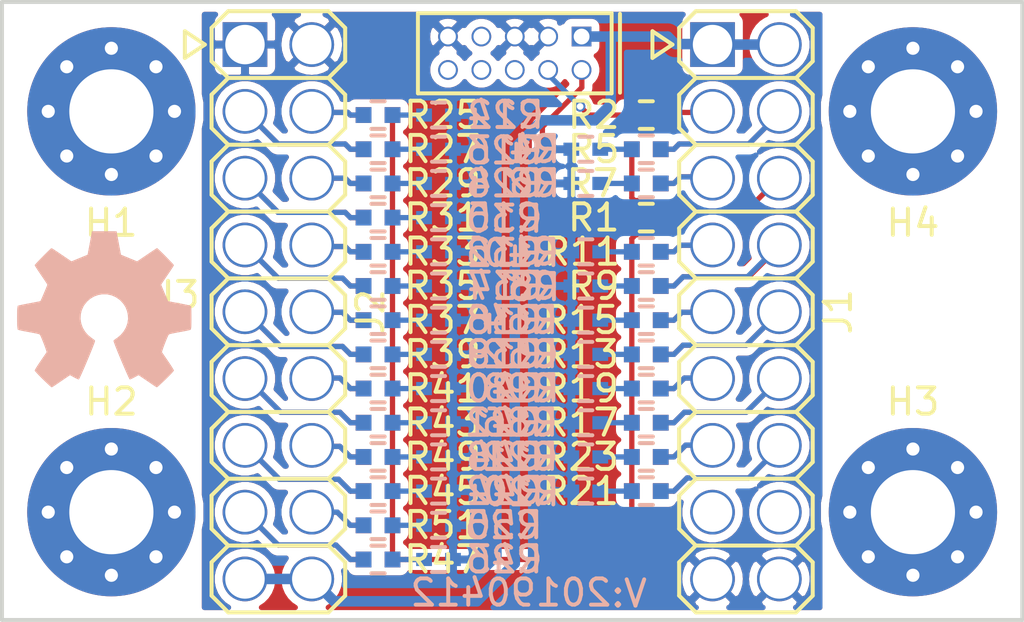
<source format=kicad_pcb>
(kicad_pcb (version 20171130) (host pcbnew 5.1.2-f72e74a~84~ubuntu18.04.1)
  (layers (0 F.Cu signal) (31 B.Cu signal) (34 B.Paste user) (35 F.Paste user) (36 B.SilkS user) (37 F.SilkS user) (38 B.Mask user) (39 F.Mask user) (44 Edge.Cuts user))
  (net 0 "")
  (net 1 "Net-(C2-Pad1)")
  (net 2 "Net-(C3-Pad1)")
  (net 3 /PIO0_28)
  (net 4 /PIO0_3)
  (net 5 /PIO0_2)
  (net 6 /PIO0_11)
  (net 7 /PIO0_10)
  (net 8 /PIO0_16)
  (net 9 /PIO0_27)
  (net 10 /PIO0_26)
  (net 11 /PIO0_25)
  (net 12 /PIO0_24)
  (net 13 /PIO0_15)
  (net 14 /PIO0_1)
  (net 15 /PIO0_7)
  (net 16 /PIO0_6)
  (net 17 /PIO0_0)
  (net 18 /PIO0_14)
  (net 19 /PIO0_23)
  (net 20 /PIO0_22)
  (net 21 /PIO0_21)
  (net 22 /PIO0_20)
  (net 23 /PIO0_19)
  (net 24 /PIO0_18)
  (net 25 /PIO0_17)
  (net 26 /PIO0_13)
  (net 27 /PIO0_12)
  (net 28 /PIO0_4)
  (net 29 "Net-(J3-Pad2)")
  (net 30 "Net-(J3-Pad4)")
  (net 31 /VSS)
  (net 32 /VDD)
  (net 33 "Net-(C1-Pad1)")
  (net 34 "Net-(C4-Pad1)")
  (net 35 "Net-(C5-Pad1)")
  (net 36 "Net-(C6-Pad1)")
  (net 37 "Net-(C8-Pad1)")
  (net 38 "Net-(C9-Pad1)")
  (net 39 "Net-(C10-Pad1)")
  (net 40 "Net-(C11-Pad1)")
  (net 41 "Net-(C12-Pad1)")
  (net 42 "Net-(C13-Pad1)")
  (net 43 "Net-(C14-Pad1)")
  (net 44 "Net-(C15-Pad1)")
  (net 45 "Net-(C16-Pad1)")
  (net 46 "Net-(C17-Pad1)")
  (net 47 "Net-(C18-Pad1)")
  (net 48 "Net-(C19-Pad1)")
  (net 49 "Net-(C20-Pad1)")
  (net 50 "Net-(C21-Pad1)")
  (net 51 "Net-(C22-Pad1)")
  (net 52 "Net-(C23-Pad1)")
  (net 53 "Net-(C24-Pad1)")
  (net 54 "Net-(C25-Pad1)")
  (net 55 /Digital_stimulus)
  (module MountingHole:MountingHole_3.2mm_M3_Pad_Via (layer F.Cu) (at 104.14 99.06)
    (fp_text reference H4 (at 0 4.24) (layer F.SilkS))
    (fp_text value MountingHole hide)
    (pad 1 thru_hole circle (at 1.697056 -1.697056) (size 0.8 0.8) (drill 0.5) (layers *.Cu *.Mask))
    (pad 1 thru_hole circle (at 0 -2.4) (size 0.8 0.8) (drill 0.5) (layers *.Cu *.Mask))
    (pad 1 thru_hole circle (at -1.697056 -1.697056) (size 0.8 0.8) (drill 0.5) (layers *.Cu *.Mask))
    (pad 1 thru_hole circle (at -2.4 0) (size 0.8 0.8) (drill 0.5) (layers *.Cu *.Mask))
    (pad 1 thru_hole circle (at -1.697056 1.697056) (size 0.8 0.8) (drill 0.5) (layers *.Cu *.Mask))
    (pad 1 thru_hole circle (at 0 2.4) (size 0.8 0.8) (drill 0.5) (layers *.Cu *.Mask))
    (pad 1 thru_hole circle (at 1.697056 1.697056) (size 0.8 0.8) (drill 0.5) (layers *.Cu *.Mask))
    (pad 1 thru_hole circle (at 2.4 0) (size 0.8 0.8) (drill 0.5) (layers *.Cu *.Mask))
    (pad 1 thru_hole circle (at 0 0) (size 6.4 6.4) (drill 3.2) (layers *.Cu *.Mask))
  )
  (module MountingHole:MountingHole_3.2mm_M3_Pad_Via (layer F.Cu) (at 104.14 114.3)
    (fp_text reference H3 (at 0 -4.2) (layer F.SilkS))
    (fp_text value MountingHole hide)
    (pad 1 thru_hole circle (at 1.697056 -1.697056) (size 0.8 0.8) (drill 0.5) (layers *.Cu *.Mask))
    (pad 1 thru_hole circle (at 0 -2.4) (size 0.8 0.8) (drill 0.5) (layers *.Cu *.Mask))
    (pad 1 thru_hole circle (at -1.697056 -1.697056) (size 0.8 0.8) (drill 0.5) (layers *.Cu *.Mask))
    (pad 1 thru_hole circle (at -2.4 0) (size 0.8 0.8) (drill 0.5) (layers *.Cu *.Mask))
    (pad 1 thru_hole circle (at -1.697056 1.697056) (size 0.8 0.8) (drill 0.5) (layers *.Cu *.Mask))
    (pad 1 thru_hole circle (at 0 2.4) (size 0.8 0.8) (drill 0.5) (layers *.Cu *.Mask))
    (pad 1 thru_hole circle (at 1.697056 1.697056) (size 0.8 0.8) (drill 0.5) (layers *.Cu *.Mask))
    (pad 1 thru_hole circle (at 2.4 0) (size 0.8 0.8) (drill 0.5) (layers *.Cu *.Mask))
    (pad 1 thru_hole circle (at 0 0) (size 6.4 6.4) (drill 3.2) (layers *.Cu *.Mask))
  )
  (module MountingHole:MountingHole_3.2mm_M3_Pad_Via (layer F.Cu) (at 73.66 114.3)
    (fp_text reference H2 (at 0 -4.2) (layer F.SilkS))
    (fp_text value MountingHole hide)
    (pad 1 thru_hole circle (at 1.697056 -1.697056) (size 0.8 0.8) (drill 0.5) (layers *.Cu *.Mask))
    (pad 1 thru_hole circle (at 0 -2.4) (size 0.8 0.8) (drill 0.5) (layers *.Cu *.Mask))
    (pad 1 thru_hole circle (at -1.697056 -1.697056) (size 0.8 0.8) (drill 0.5) (layers *.Cu *.Mask))
    (pad 1 thru_hole circle (at -2.4 0) (size 0.8 0.8) (drill 0.5) (layers *.Cu *.Mask))
    (pad 1 thru_hole circle (at -1.697056 1.697056) (size 0.8 0.8) (drill 0.5) (layers *.Cu *.Mask))
    (pad 1 thru_hole circle (at 0 2.4) (size 0.8 0.8) (drill 0.5) (layers *.Cu *.Mask))
    (pad 1 thru_hole circle (at 1.697056 1.697056) (size 0.8 0.8) (drill 0.5) (layers *.Cu *.Mask))
    (pad 1 thru_hole circle (at 2.4 0) (size 0.8 0.8) (drill 0.5) (layers *.Cu *.Mask))
    (pad 1 thru_hole circle (at 0 0) (size 6.4 6.4) (drill 3.2) (layers *.Cu *.Mask))
  )
  (module MountingHole:MountingHole_3.2mm_M3_Pad_Via (layer F.Cu) (at 73.66 99.06)
    (fp_text reference H1 (at -0.01 4.24) (layer F.SilkS))
    (fp_text value MountingHole hide)
    (pad 1 thru_hole circle (at 1.697056 -1.697056) (size 0.8 0.8) (drill 0.5) (layers *.Cu *.Mask))
    (pad 1 thru_hole circle (at 0 -2.4) (size 0.8 0.8) (drill 0.5) (layers *.Cu *.Mask))
    (pad 1 thru_hole circle (at -1.697056 -1.697056) (size 0.8 0.8) (drill 0.5) (layers *.Cu *.Mask))
    (pad 1 thru_hole circle (at -2.4 0) (size 0.8 0.8) (drill 0.5) (layers *.Cu *.Mask))
    (pad 1 thru_hole circle (at -1.697056 1.697056) (size 0.8 0.8) (drill 0.5) (layers *.Cu *.Mask))
    (pad 1 thru_hole circle (at 0 2.4) (size 0.8 0.8) (drill 0.5) (layers *.Cu *.Mask))
    (pad 1 thru_hole circle (at 1.697056 1.697056) (size 0.8 0.8) (drill 0.5) (layers *.Cu *.Mask))
    (pad 1 thru_hole circle (at 2.4 0) (size 0.8 0.8) (drill 0.5) (layers *.Cu *.Mask))
    (pad 1 thru_hole circle (at 0 0) (size 6.4 6.4) (drill 3.2) (layers *.Cu *.Mask))
  )
  (module SquantorRcl:C_0402 (layer B.Cu) (at 86.1 114.8)
    (fp_text reference C25 (at 2.45 0) (layer B.SilkS) (effects (justify mirror)))
    (fp_text value 1u)
    (pad 2 smd rect (at 0.55 0) (size 0.6 0.5) (layers B.Cu B.Paste B.Mask) (net 31 /VSS))
    (pad 1 smd rect (at -0.55 0) (size 0.6 0.5) (layers B.Cu B.Paste B.Mask) (net 54 "Net-(C25-Pad1)"))
  )
  (module SquantorRcl:C_0402 (layer B.Cu) (at 86.1 112.2)
    (fp_text reference C24 (at 2.55 0) (layer B.SilkS) (effects (justify mirror)))
    (fp_text value 1u)
    (pad 2 smd rect (at 0.55 0) (size 0.6 0.5) (layers B.Cu B.Paste B.Mask) (net 31 /VSS))
    (pad 1 smd rect (at -0.55 0) (size 0.6 0.5) (layers B.Cu B.Paste B.Mask) (net 53 "Net-(C24-Pad1)"))
  )
  (module SquantorRcl:C_0402 (layer B.Cu) (at 86.1 116.1)
    (fp_text reference C23 (at 2.5 0) (layer B.SilkS) (effects (justify mirror)))
    (fp_text value 1u)
    (pad 2 smd rect (at 0.55 0) (size 0.6 0.5) (layers B.Cu B.Paste B.Mask) (net 31 /VSS))
    (pad 1 smd rect (at -0.55 0) (size 0.6 0.5) (layers B.Cu B.Paste B.Mask) (net 52 "Net-(C23-Pad1)"))
  )
  (module SquantorRcl:C_0402 (layer B.Cu) (at 86.1 113.5)
    (fp_text reference C22 (at 2.5 0) (layer B.SilkS) (effects (justify mirror)))
    (fp_text value 1u)
    (pad 2 smd rect (at 0.55 0) (size 0.6 0.5) (layers B.Cu B.Paste B.Mask) (net 31 /VSS))
    (pad 1 smd rect (at -0.55 0) (size 0.6 0.5) (layers B.Cu B.Paste B.Mask) (net 51 "Net-(C22-Pad1)"))
  )
  (module SquantorRcl:C_0402 (layer B.Cu) (at 86.1 110.9)
    (fp_text reference C21 (at 2.45 0) (layer B.SilkS) (effects (justify mirror)))
    (fp_text value 1u)
    (pad 2 smd rect (at 0.55 0) (size 0.6 0.5) (layers B.Cu B.Paste B.Mask) (net 31 /VSS))
    (pad 1 smd rect (at -0.55 0) (size 0.6 0.5) (layers B.Cu B.Paste B.Mask) (net 50 "Net-(C21-Pad1)"))
  )
  (module SquantorRcl:C_0402 (layer B.Cu) (at 86.1 109.6)
    (fp_text reference C20 (at 2.5 0) (layer B.SilkS) (effects (justify mirror)))
    (fp_text value 1u)
    (pad 2 smd rect (at 0.55 0) (size 0.6 0.5) (layers B.Cu B.Paste B.Mask) (net 31 /VSS))
    (pad 1 smd rect (at -0.55 0) (size 0.6 0.5) (layers B.Cu B.Paste B.Mask) (net 49 "Net-(C20-Pad1)"))
  )
  (module SquantorRcl:C_0402 (layer B.Cu) (at 86.1 108.3)
    (fp_text reference C19 (at 2.5 0) (layer B.SilkS) (effects (justify mirror)))
    (fp_text value 1u)
    (pad 2 smd rect (at 0.55 0) (size 0.6 0.5) (layers B.Cu B.Paste B.Mask) (net 31 /VSS))
    (pad 1 smd rect (at -0.55 0) (size 0.6 0.5) (layers B.Cu B.Paste B.Mask) (net 48 "Net-(C19-Pad1)"))
  )
  (module SquantorRcl:C_0402 (layer B.Cu) (at 86.1 107)
    (fp_text reference C18 (at 2.5 0) (layer B.SilkS) (effects (justify mirror)))
    (fp_text value 1u)
    (pad 2 smd rect (at 0.55 0) (size 0.6 0.5) (layers B.Cu B.Paste B.Mask) (net 31 /VSS))
    (pad 1 smd rect (at -0.55 0) (size 0.6 0.5) (layers B.Cu B.Paste B.Mask) (net 47 "Net-(C18-Pad1)"))
  )
  (module SquantorRcl:C_0402 (layer B.Cu) (at 86.1 105.7)
    (fp_text reference C17 (at 2.55 0) (layer B.SilkS) (effects (justify mirror)))
    (fp_text value 1u)
    (pad 2 smd rect (at 0.55 0) (size 0.6 0.5) (layers B.Cu B.Paste B.Mask) (net 31 /VSS))
    (pad 1 smd rect (at -0.55 0) (size 0.6 0.5) (layers B.Cu B.Paste B.Mask) (net 46 "Net-(C17-Pad1)"))
  )
  (module SquantorRcl:C_0402 (layer B.Cu) (at 86.1 104.4)
    (fp_text reference C16 (at 2.5 0) (layer B.SilkS) (effects (justify mirror)))
    (fp_text value 1u)
    (pad 2 smd rect (at 0.55 0) (size 0.6 0.5) (layers B.Cu B.Paste B.Mask) (net 31 /VSS))
    (pad 1 smd rect (at -0.55 0) (size 0.6 0.5) (layers B.Cu B.Paste B.Mask) (net 45 "Net-(C16-Pad1)"))
  )
  (module SquantorRcl:C_0402 (layer B.Cu) (at 86.1 103.1)
    (fp_text reference C15 (at 2.5 0) (layer B.SilkS) (effects (justify mirror)))
    (fp_text value 1u)
    (pad 2 smd rect (at 0.55 0) (size 0.6 0.5) (layers B.Cu B.Paste B.Mask) (net 31 /VSS))
    (pad 1 smd rect (at -0.55 0) (size 0.6 0.5) (layers B.Cu B.Paste B.Mask) (net 44 "Net-(C15-Pad1)"))
  )
  (module SquantorRcl:C_0402 (layer B.Cu) (at 86.1 101.8)
    (fp_text reference C14 (at 2.55 0) (layer B.SilkS) (effects (justify mirror)))
    (fp_text value 1u)
    (pad 2 smd rect (at 0.55 0) (size 0.6 0.5) (layers B.Cu B.Paste B.Mask) (net 31 /VSS))
    (pad 1 smd rect (at -0.55 0) (size 0.6 0.5) (layers B.Cu B.Paste B.Mask) (net 43 "Net-(C14-Pad1)"))
  )
  (module SquantorRcl:C_0402 (layer B.Cu) (at 86.1 100.5)
    (fp_text reference C13 (at 2.5 0.05) (layer B.SilkS) (effects (justify mirror)))
    (fp_text value 1u)
    (pad 2 smd rect (at 0.55 0) (size 0.6 0.5) (layers B.Cu B.Paste B.Mask) (net 31 /VSS))
    (pad 1 smd rect (at -0.55 0) (size 0.6 0.5) (layers B.Cu B.Paste B.Mask) (net 42 "Net-(C13-Pad1)"))
  )
  (module SquantorRcl:C_0402 (layer B.Cu) (at 86.1 99.2)
    (fp_text reference C12 (at 2.55 0) (layer B.SilkS) (effects (justify mirror)))
    (fp_text value 1u)
    (pad 2 smd rect (at 0.55 0) (size 0.6 0.5) (layers B.Cu B.Paste B.Mask) (net 31 /VSS))
    (pad 1 smd rect (at -0.55 0) (size 0.6 0.5) (layers B.Cu B.Paste B.Mask) (net 41 "Net-(C12-Pad1)"))
  )
  (module SquantorRcl:C_0402 (layer B.Cu) (at 91.7 112.2 180)
    (fp_text reference C11 (at 2.5 0) (layer B.SilkS) (effects (justify mirror)))
    (fp_text value 1u)
    (pad 2 smd rect (at 0.55 0 180) (size 0.6 0.5) (layers B.Cu B.Paste B.Mask) (net 31 /VSS))
    (pad 1 smd rect (at -0.55 0 180) (size 0.6 0.5) (layers B.Cu B.Paste B.Mask) (net 40 "Net-(C11-Pad1)"))
  )
  (module SquantorRcl:C_0402 (layer B.Cu) (at 91.7 113.5 180)
    (fp_text reference C10 (at 2.5 0) (layer B.SilkS) (effects (justify mirror)))
    (fp_text value 1u)
    (pad 2 smd rect (at 0.55 0 180) (size 0.6 0.5) (layers B.Cu B.Paste B.Mask) (net 31 /VSS))
    (pad 1 smd rect (at -0.55 0 180) (size 0.6 0.5) (layers B.Cu B.Paste B.Mask) (net 39 "Net-(C10-Pad1)"))
  )
  (module SquantorRcl:C_0402 (layer B.Cu) (at 91.7 109.6 180)
    (fp_text reference C9 (at 2.05 0) (layer B.SilkS) (effects (justify mirror)))
    (fp_text value 1u)
    (pad 2 smd rect (at 0.55 0 180) (size 0.6 0.5) (layers B.Cu B.Paste B.Mask) (net 31 /VSS))
    (pad 1 smd rect (at -0.55 0 180) (size 0.6 0.5) (layers B.Cu B.Paste B.Mask) (net 38 "Net-(C9-Pad1)"))
  )
  (module SquantorRcl:C_0402 (layer B.Cu) (at 91.7 110.9 180)
    (fp_text reference C8 (at 2.05 0) (layer B.SilkS) (effects (justify mirror)))
    (fp_text value 1u)
    (pad 2 smd rect (at 0.55 0 180) (size 0.6 0.5) (layers B.Cu B.Paste B.Mask) (net 31 /VSS))
    (pad 1 smd rect (at -0.55 0 180) (size 0.6 0.5) (layers B.Cu B.Paste B.Mask) (net 37 "Net-(C8-Pad1)"))
  )
  (module SquantorRcl:C_0402 (layer B.Cu) (at 91.7 107 180)
    (fp_text reference C6 (at 2.05 0) (layer B.SilkS) (effects (justify mirror)))
    (fp_text value 1u)
    (pad 2 smd rect (at 0.55 0 180) (size 0.6 0.5) (layers B.Cu B.Paste B.Mask) (net 31 /VSS))
    (pad 1 smd rect (at -0.55 0 180) (size 0.6 0.5) (layers B.Cu B.Paste B.Mask) (net 36 "Net-(C6-Pad1)"))
  )
  (module SquantorRcl:C_0402 (layer B.Cu) (at 91.7 108.3 180)
    (fp_text reference C5 (at 2 0) (layer B.SilkS) (effects (justify mirror)))
    (fp_text value 1u)
    (pad 2 smd rect (at 0.55 0 180) (size 0.6 0.5) (layers B.Cu B.Paste B.Mask) (net 31 /VSS))
    (pad 1 smd rect (at -0.55 0 180) (size 0.6 0.5) (layers B.Cu B.Paste B.Mask) (net 35 "Net-(C5-Pad1)"))
  )
  (module SquantorRcl:C_0402 (layer B.Cu) (at 91.7 104.4 180)
    (fp_text reference C4 (at 2 0) (layer B.SilkS) (effects (justify mirror)))
    (fp_text value 1u)
    (pad 2 smd rect (at 0.55 0 180) (size 0.6 0.5) (layers B.Cu B.Paste B.Mask) (net 31 /VSS))
    (pad 1 smd rect (at -0.55 0 180) (size 0.6 0.5) (layers B.Cu B.Paste B.Mask) (net 34 "Net-(C4-Pad1)"))
  )
  (module SquantorRcl:C_0402 (layer B.Cu) (at 91.7 105.7 180)
    (fp_text reference C3 (at 2 0) (layer B.SilkS) (effects (justify mirror)))
    (fp_text value 1u)
    (pad 2 smd rect (at 0.55 0 180) (size 0.6 0.5) (layers B.Cu B.Paste B.Mask) (net 31 /VSS))
    (pad 1 smd rect (at -0.55 0 180) (size 0.6 0.5) (layers B.Cu B.Paste B.Mask) (net 2 "Net-(C3-Pad1)"))
  )
  (module SquantorRcl:C_0402 (layer B.Cu) (at 91.7 101.8 180)
    (fp_text reference C2 (at 2 0) (layer B.SilkS) (effects (justify mirror)))
    (fp_text value 1u)
    (pad 2 smd rect (at 0.55 0 180) (size 0.6 0.5) (layers B.Cu B.Paste B.Mask) (net 31 /VSS))
    (pad 1 smd rect (at -0.55 0 180) (size 0.6 0.5) (layers B.Cu B.Paste B.Mask) (net 1 "Net-(C2-Pad1)"))
  )
  (module SquantorRcl:C_0402 (layer B.Cu) (at 91.7 100.5 180)
    (fp_text reference C1 (at 2 0) (layer B.SilkS) (effects (justify mirror)))
    (fp_text value 1u)
    (pad 2 smd rect (at 0.55 0 180) (size 0.6 0.5) (layers B.Cu B.Paste B.Mask) (net 31 /VSS))
    (pad 1 smd rect (at -0.55 0 180) (size 0.6 0.5) (layers B.Cu B.Paste B.Mask) (net 33 "Net-(C1-Pad1)"))
  )
  (module SquantorRcl:R_0402_hand (layer F.Cu) (at 94 99.2)
    (fp_text reference R2 (at -2 0) (layer F.SilkS))
    (fp_text value 100)
    (pad 2 smd rect (at 0.55 0) (size 0.6 0.6) (layers F.Cu F.Paste F.Mask) (net 4 /PIO0_3))
    (pad 1 smd rect (at -0.55 0) (size 0.6 0.6) (layers F.Cu F.Paste F.Mask) (net 30 "Net-(J3-Pad4)"))
  )
  (module SquantorRcl:R_0402_hand (layer F.Cu) (at 94 103.1)
    (fp_text reference R1 (at -2 0) (layer F.SilkS))
    (fp_text value 100)
    (pad 2 smd rect (at 0.55 0) (size 0.6 0.6) (layers F.Cu F.Paste F.Mask) (net 5 /PIO0_2))
    (pad 1 smd rect (at -0.55 0) (size 0.6 0.6) (layers F.Cu F.Paste F.Mask) (net 29 "Net-(J3-Pad2)"))
  )
  (module SquantorRcl:R_0402_hand (layer F.Cu) (at 83.8 114.8 180)
    (fp_text reference R51 (at -2.45 0) (layer F.SilkS))
    (fp_text value 100K)
    (pad 2 smd rect (at 0.55 0 180) (size 0.6 0.6) (layers F.Cu F.Paste F.Mask) (net 16 /PIO0_6))
    (pad 1 smd rect (at -0.55 0 180) (size 0.6 0.6) (layers F.Cu F.Paste F.Mask) (net 55 /Digital_stimulus))
  )
  (module SquantorRcl:R_0402_hand (layer B.Cu) (at 83.8 114.8 180)
    (fp_text reference R50 (at -4.8 0) (layer B.SilkS) (effects (justify mirror)))
    (fp_text value 470)
    (pad 2 smd rect (at 0.55 0 180) (size 0.6 0.6) (layers B.Cu B.Paste B.Mask) (net 16 /PIO0_6))
    (pad 1 smd rect (at -0.55 0 180) (size 0.6 0.6) (layers B.Cu B.Paste B.Mask) (net 54 "Net-(C25-Pad1)"))
  )
  (module SquantorRcl:R_0402_hand (layer F.Cu) (at 83.8 112.2 180)
    (fp_text reference R49 (at -2.45 0) (layer F.SilkS))
    (fp_text value 100K)
    (pad 2 smd rect (at 0.55 0 180) (size 0.6 0.6) (layers F.Cu F.Paste F.Mask) (net 18 /PIO0_14))
    (pad 1 smd rect (at -0.55 0 180) (size 0.6 0.6) (layers F.Cu F.Paste F.Mask) (net 55 /Digital_stimulus))
  )
  (module SquantorRcl:R_0402_hand (layer B.Cu) (at 83.8 112.2 180)
    (fp_text reference R48 (at -4.8 0) (layer B.SilkS) (effects (justify mirror)))
    (fp_text value 470)
    (pad 2 smd rect (at 0.55 0 180) (size 0.6 0.6) (layers B.Cu B.Paste B.Mask) (net 18 /PIO0_14))
    (pad 1 smd rect (at -0.55 0 180) (size 0.6 0.6) (layers B.Cu B.Paste B.Mask) (net 53 "Net-(C24-Pad1)"))
  )
  (module SquantorRcl:R_0402_hand (layer F.Cu) (at 83.8 116.1 180)
    (fp_text reference R47 (at -2.45 0) (layer F.SilkS))
    (fp_text value 100K)
    (pad 2 smd rect (at 0.55 0 180) (size 0.6 0.6) (layers F.Cu F.Paste F.Mask) (net 15 /PIO0_7))
    (pad 1 smd rect (at -0.55 0 180) (size 0.6 0.6) (layers F.Cu F.Paste F.Mask) (net 55 /Digital_stimulus))
  )
  (module SquantorRcl:R_0402_hand (layer B.Cu) (at 83.8 116.1 180)
    (fp_text reference R46 (at -4.8 0) (layer B.SilkS) (effects (justify mirror)))
    (fp_text value 470)
    (pad 2 smd rect (at 0.55 0 180) (size 0.6 0.6) (layers B.Cu B.Paste B.Mask) (net 15 /PIO0_7))
    (pad 1 smd rect (at -0.55 0 180) (size 0.6 0.6) (layers B.Cu B.Paste B.Mask) (net 52 "Net-(C23-Pad1)"))
  )
  (module SquantorRcl:R_0402_hand (layer F.Cu) (at 83.8 113.5 180)
    (fp_text reference R45 (at -2.45 0) (layer F.SilkS))
    (fp_text value 100K)
    (pad 2 smd rect (at 0.55 0 180) (size 0.6 0.6) (layers F.Cu F.Paste F.Mask) (net 17 /PIO0_0))
    (pad 1 smd rect (at -0.55 0 180) (size 0.6 0.6) (layers F.Cu F.Paste F.Mask) (net 55 /Digital_stimulus))
  )
  (module SquantorRcl:R_0402_hand (layer B.Cu) (at 83.8 113.5 180)
    (fp_text reference R44 (at -4.85 0) (layer B.SilkS) (effects (justify mirror)))
    (fp_text value 470)
    (pad 2 smd rect (at 0.55 0 180) (size 0.6 0.6) (layers B.Cu B.Paste B.Mask) (net 17 /PIO0_0))
    (pad 1 smd rect (at -0.55 0 180) (size 0.6 0.6) (layers B.Cu B.Paste B.Mask) (net 51 "Net-(C22-Pad1)"))
  )
  (module SquantorRcl:R_0402_hand (layer F.Cu) (at 83.8 110.9 180)
    (fp_text reference R43 (at -2.45 0) (layer F.SilkS))
    (fp_text value 100K)
    (pad 2 smd rect (at 0.55 0 180) (size 0.6 0.6) (layers F.Cu F.Paste F.Mask) (net 19 /PIO0_23))
    (pad 1 smd rect (at -0.55 0 180) (size 0.6 0.6) (layers F.Cu F.Paste F.Mask) (net 55 /Digital_stimulus))
  )
  (module SquantorRcl:R_0402_hand (layer B.Cu) (at 83.8 110.9 180)
    (fp_text reference R42 (at -4.8 0) (layer B.SilkS) (effects (justify mirror)))
    (fp_text value 470)
    (pad 2 smd rect (at 0.55 0 180) (size 0.6 0.6) (layers B.Cu B.Paste B.Mask) (net 19 /PIO0_23))
    (pad 1 smd rect (at -0.55 0 180) (size 0.6 0.6) (layers B.Cu B.Paste B.Mask) (net 50 "Net-(C21-Pad1)"))
  )
  (module SquantorRcl:R_0402_hand (layer F.Cu) (at 83.8 109.6 180)
    (fp_text reference R41 (at -2.45 0) (layer F.SilkS))
    (fp_text value 100K)
    (pad 2 smd rect (at 0.55 0 180) (size 0.6 0.6) (layers F.Cu F.Paste F.Mask) (net 20 /PIO0_22))
    (pad 1 smd rect (at -0.55 0 180) (size 0.6 0.6) (layers F.Cu F.Paste F.Mask) (net 55 /Digital_stimulus))
  )
  (module SquantorRcl:R_0402_hand (layer B.Cu) (at 83.8 109.6 180)
    (fp_text reference R40 (at -4.8 0) (layer B.SilkS) (effects (justify mirror)))
    (fp_text value 470)
    (pad 2 smd rect (at 0.55 0 180) (size 0.6 0.6) (layers B.Cu B.Paste B.Mask) (net 20 /PIO0_22))
    (pad 1 smd rect (at -0.55 0 180) (size 0.6 0.6) (layers B.Cu B.Paste B.Mask) (net 49 "Net-(C20-Pad1)"))
  )
  (module SquantorRcl:R_0402_hand (layer F.Cu) (at 83.8 108.3 180)
    (fp_text reference R39 (at -2.45 0) (layer F.SilkS))
    (fp_text value 100K)
    (pad 2 smd rect (at 0.55 0 180) (size 0.6 0.6) (layers F.Cu F.Paste F.Mask) (net 21 /PIO0_21))
    (pad 1 smd rect (at -0.55 0 180) (size 0.6 0.6) (layers F.Cu F.Paste F.Mask) (net 55 /Digital_stimulus))
  )
  (module SquantorRcl:R_0402_hand (layer B.Cu) (at 83.8 108.3 180)
    (fp_text reference R38 (at -4.8 0) (layer B.SilkS) (effects (justify mirror)))
    (fp_text value 470)
    (pad 2 smd rect (at 0.55 0 180) (size 0.6 0.6) (layers B.Cu B.Paste B.Mask) (net 21 /PIO0_21))
    (pad 1 smd rect (at -0.55 0 180) (size 0.6 0.6) (layers B.Cu B.Paste B.Mask) (net 48 "Net-(C19-Pad1)"))
  )
  (module SquantorRcl:R_0402_hand (layer F.Cu) (at 83.8 107 180)
    (fp_text reference R37 (at -2.45 0) (layer F.SilkS))
    (fp_text value 100K)
    (pad 2 smd rect (at 0.55 0 180) (size 0.6 0.6) (layers F.Cu F.Paste F.Mask) (net 22 /PIO0_20))
    (pad 1 smd rect (at -0.55 0 180) (size 0.6 0.6) (layers F.Cu F.Paste F.Mask) (net 55 /Digital_stimulus))
  )
  (module SquantorRcl:R_0402_hand (layer B.Cu) (at 83.8 107 180)
    (fp_text reference R36 (at -4.8 0) (layer B.SilkS) (effects (justify mirror)))
    (fp_text value 470)
    (pad 2 smd rect (at 0.55 0 180) (size 0.6 0.6) (layers B.Cu B.Paste B.Mask) (net 22 /PIO0_20))
    (pad 1 smd rect (at -0.55 0 180) (size 0.6 0.6) (layers B.Cu B.Paste B.Mask) (net 47 "Net-(C18-Pad1)"))
  )
  (module SquantorRcl:R_0402_hand (layer F.Cu) (at 83.8 105.7 180)
    (fp_text reference R35 (at -2.45 0) (layer F.SilkS))
    (fp_text value 100K)
    (pad 2 smd rect (at 0.55 0 180) (size 0.6 0.6) (layers F.Cu F.Paste F.Mask) (net 23 /PIO0_19))
    (pad 1 smd rect (at -0.55 0 180) (size 0.6 0.6) (layers F.Cu F.Paste F.Mask) (net 55 /Digital_stimulus))
  )
  (module SquantorRcl:R_0402_hand (layer B.Cu) (at 83.8 105.7 180)
    (fp_text reference R34 (at -4.85 0) (layer B.SilkS) (effects (justify mirror)))
    (fp_text value 470)
    (pad 2 smd rect (at 0.55 0 180) (size 0.6 0.6) (layers B.Cu B.Paste B.Mask) (net 23 /PIO0_19))
    (pad 1 smd rect (at -0.55 0 180) (size 0.6 0.6) (layers B.Cu B.Paste B.Mask) (net 46 "Net-(C17-Pad1)"))
  )
  (module SquantorRcl:R_0402_hand (layer F.Cu) (at 83.8 104.4 180)
    (fp_text reference R33 (at -2.45 0) (layer F.SilkS))
    (fp_text value 100K)
    (pad 2 smd rect (at 0.55 0 180) (size 0.6 0.6) (layers F.Cu F.Paste F.Mask) (net 24 /PIO0_18))
    (pad 1 smd rect (at -0.55 0 180) (size 0.6 0.6) (layers F.Cu F.Paste F.Mask) (net 55 /Digital_stimulus))
  )
  (module SquantorRcl:R_0402_hand (layer B.Cu) (at 83.8 104.4 180)
    (fp_text reference R32 (at -4.8 -0.05) (layer B.SilkS) (effects (justify mirror)))
    (fp_text value 470)
    (pad 2 smd rect (at 0.55 0 180) (size 0.6 0.6) (layers B.Cu B.Paste B.Mask) (net 24 /PIO0_18))
    (pad 1 smd rect (at -0.55 0 180) (size 0.6 0.6) (layers B.Cu B.Paste B.Mask) (net 45 "Net-(C16-Pad1)"))
  )
  (module SquantorRcl:R_0402_hand (layer F.Cu) (at 83.8 103.1 180)
    (fp_text reference R31 (at -2.45 0) (layer F.SilkS))
    (fp_text value 100K)
    (pad 2 smd rect (at 0.55 0 180) (size 0.6 0.6) (layers F.Cu F.Paste F.Mask) (net 25 /PIO0_17))
    (pad 1 smd rect (at -0.55 0 180) (size 0.6 0.6) (layers F.Cu F.Paste F.Mask) (net 55 /Digital_stimulus))
  )
  (module SquantorRcl:R_0402_hand (layer B.Cu) (at 83.8 103.1 180)
    (fp_text reference R30 (at -4.8 -0.05) (layer B.SilkS) (effects (justify mirror)))
    (fp_text value 470)
    (pad 2 smd rect (at 0.55 0 180) (size 0.6 0.6) (layers B.Cu B.Paste B.Mask) (net 25 /PIO0_17))
    (pad 1 smd rect (at -0.55 0 180) (size 0.6 0.6) (layers B.Cu B.Paste B.Mask) (net 44 "Net-(C15-Pad1)"))
  )
  (module SquantorRcl:R_0402_hand (layer F.Cu) (at 83.8 101.8 180)
    (fp_text reference R29 (at -2.45 0) (layer F.SilkS))
    (fp_text value 100K)
    (pad 2 smd rect (at 0.55 0 180) (size 0.6 0.6) (layers F.Cu F.Paste F.Mask) (net 26 /PIO0_13))
    (pad 1 smd rect (at -0.55 0 180) (size 0.6 0.6) (layers F.Cu F.Paste F.Mask) (net 55 /Digital_stimulus))
  )
  (module SquantorRcl:R_0402_hand (layer B.Cu) (at 83.8 101.8 180)
    (fp_text reference R28 (at -4.8 0) (layer B.SilkS) (effects (justify mirror)))
    (fp_text value 470)
    (pad 2 smd rect (at 0.55 0 180) (size 0.6 0.6) (layers B.Cu B.Paste B.Mask) (net 26 /PIO0_13))
    (pad 1 smd rect (at -0.55 0 180) (size 0.6 0.6) (layers B.Cu B.Paste B.Mask) (net 43 "Net-(C14-Pad1)"))
  )
  (module SquantorRcl:R_0402_hand (layer F.Cu) (at 83.8 100.5 180)
    (fp_text reference R27 (at -2.45 0) (layer F.SilkS))
    (fp_text value 100K)
    (pad 2 smd rect (at 0.55 0 180) (size 0.6 0.6) (layers F.Cu F.Paste F.Mask) (net 27 /PIO0_12))
    (pad 1 smd rect (at -0.55 0 180) (size 0.6 0.6) (layers F.Cu F.Paste F.Mask) (net 55 /Digital_stimulus))
  )
  (module SquantorRcl:R_0402_hand (layer B.Cu) (at 83.8 100.5 180)
    (fp_text reference R26 (at -4.8 -0.05) (layer B.SilkS) (effects (justify mirror)))
    (fp_text value 470)
    (pad 2 smd rect (at 0.55 0 180) (size 0.6 0.6) (layers B.Cu B.Paste B.Mask) (net 27 /PIO0_12))
    (pad 1 smd rect (at -0.55 0 180) (size 0.6 0.6) (layers B.Cu B.Paste B.Mask) (net 42 "Net-(C13-Pad1)"))
  )
  (module SquantorRcl:R_0402_hand (layer F.Cu) (at 83.8 99.2 180)
    (fp_text reference R25 (at -2.45 0) (layer F.SilkS))
    (fp_text value 100K)
    (pad 2 smd rect (at 0.55 0 180) (size 0.6 0.6) (layers F.Cu F.Paste F.Mask) (net 28 /PIO0_4))
    (pad 1 smd rect (at -0.55 0 180) (size 0.6 0.6) (layers F.Cu F.Paste F.Mask) (net 55 /Digital_stimulus))
  )
  (module SquantorRcl:R_0402_hand (layer B.Cu) (at 83.8 99.2 180)
    (fp_text reference R24 (at -4.85 0) (layer B.SilkS) (effects (justify mirror)))
    (fp_text value 470)
    (pad 2 smd rect (at 0.55 0 180) (size 0.6 0.6) (layers B.Cu B.Paste B.Mask) (net 28 /PIO0_4))
    (pad 1 smd rect (at -0.55 0 180) (size 0.6 0.6) (layers B.Cu B.Paste B.Mask) (net 41 "Net-(C12-Pad1)"))
  )
  (module SquantorRcl:R_0402_hand (layer F.Cu) (at 94 112.2)
    (fp_text reference R23 (at -2.5 0) (layer F.SilkS))
    (fp_text value 100K)
    (pad 2 smd rect (at 0.55 0) (size 0.6 0.6) (layers F.Cu F.Paste F.Mask) (net 14 /PIO0_1))
    (pad 1 smd rect (at -0.55 0) (size 0.6 0.6) (layers F.Cu F.Paste F.Mask) (net 55 /Digital_stimulus))
  )
  (module SquantorRcl:R_0402_hand (layer B.Cu) (at 94 112.2)
    (fp_text reference R22 (at -4.8 0) (layer B.SilkS) (effects (justify mirror)))
    (fp_text value 470)
    (pad 2 smd rect (at 0.55 0) (size 0.6 0.6) (layers B.Cu B.Paste B.Mask) (net 14 /PIO0_1))
    (pad 1 smd rect (at -0.55 0) (size 0.6 0.6) (layers B.Cu B.Paste B.Mask) (net 40 "Net-(C11-Pad1)"))
  )
  (module SquantorRcl:R_0402_hand (layer F.Cu) (at 94 113.5)
    (fp_text reference R21 (at -2.5 0) (layer F.SilkS))
    (fp_text value 100K)
    (pad 2 smd rect (at 0.55 0) (size 0.6 0.6) (layers F.Cu F.Paste F.Mask) (net 13 /PIO0_15))
    (pad 1 smd rect (at -0.55 0) (size 0.6 0.6) (layers F.Cu F.Paste F.Mask) (net 55 /Digital_stimulus))
  )
  (module SquantorRcl:R_0402_hand (layer B.Cu) (at 94 113.5)
    (fp_text reference R20 (at -4.75 0.05) (layer B.SilkS) (effects (justify mirror)))
    (fp_text value 470)
    (pad 2 smd rect (at 0.55 0) (size 0.6 0.6) (layers B.Cu B.Paste B.Mask) (net 13 /PIO0_15))
    (pad 1 smd rect (at -0.55 0) (size 0.6 0.6) (layers B.Cu B.Paste B.Mask) (net 39 "Net-(C10-Pad1)"))
  )
  (module SquantorRcl:R_0402_hand (layer F.Cu) (at 94 109.6)
    (fp_text reference R19 (at -2.5 0) (layer F.SilkS))
    (fp_text value 100K)
    (pad 2 smd rect (at 0.55 0) (size 0.6 0.6) (layers F.Cu F.Paste F.Mask) (net 12 /PIO0_24))
    (pad 1 smd rect (at -0.55 0) (size 0.6 0.6) (layers F.Cu F.Paste F.Mask) (net 55 /Digital_stimulus))
  )
  (module SquantorRcl:R_0402_hand (layer B.Cu) (at 94 109.6)
    (fp_text reference R18 (at -4.75 0) (layer B.SilkS) (effects (justify mirror)))
    (fp_text value 470)
    (pad 2 smd rect (at 0.55 0) (size 0.6 0.6) (layers B.Cu B.Paste B.Mask) (net 12 /PIO0_24))
    (pad 1 smd rect (at -0.55 0) (size 0.6 0.6) (layers B.Cu B.Paste B.Mask) (net 38 "Net-(C9-Pad1)"))
  )
  (module SquantorRcl:R_0402_hand (layer F.Cu) (at 94 110.9)
    (fp_text reference R17 (at -2.5 0) (layer F.SilkS))
    (fp_text value 100K)
    (pad 2 smd rect (at 0.55 0) (size 0.6 0.6) (layers F.Cu F.Paste F.Mask) (net 11 /PIO0_25))
    (pad 1 smd rect (at -0.55 0) (size 0.6 0.6) (layers F.Cu F.Paste F.Mask) (net 55 /Digital_stimulus))
  )
  (module SquantorRcl:R_0402_hand (layer B.Cu) (at 94 110.9)
    (fp_text reference R16 (at -4.8 0) (layer B.SilkS) (effects (justify mirror)))
    (fp_text value 470)
    (pad 2 smd rect (at 0.55 0) (size 0.6 0.6) (layers B.Cu B.Paste B.Mask) (net 11 /PIO0_25))
    (pad 1 smd rect (at -0.55 0) (size 0.6 0.6) (layers B.Cu B.Paste B.Mask) (net 37 "Net-(C8-Pad1)"))
  )
  (module SquantorRcl:R_0402_hand (layer F.Cu) (at 94 107)
    (fp_text reference R15 (at -2.5 0) (layer F.SilkS))
    (fp_text value 100K)
    (pad 2 smd rect (at 0.55 0) (size 0.6 0.6) (layers F.Cu F.Paste F.Mask) (net 10 /PIO0_26))
    (pad 1 smd rect (at -0.55 0) (size 0.6 0.6) (layers F.Cu F.Paste F.Mask) (net 55 /Digital_stimulus))
  )
  (module SquantorRcl:R_0402_hand (layer B.Cu) (at 94 107)
    (fp_text reference R14 (at -4.8 0) (layer B.SilkS) (effects (justify mirror)))
    (fp_text value 470)
    (pad 2 smd rect (at 0.55 0) (size 0.6 0.6) (layers B.Cu B.Paste B.Mask) (net 10 /PIO0_26))
    (pad 1 smd rect (at -0.55 0) (size 0.6 0.6) (layers B.Cu B.Paste B.Mask) (net 36 "Net-(C6-Pad1)"))
  )
  (module SquantorRcl:R_0402_hand (layer F.Cu) (at 94 108.3)
    (fp_text reference R13 (at -2.5 0) (layer F.SilkS))
    (fp_text value 100K)
    (pad 2 smd rect (at 0.55 0) (size 0.6 0.6) (layers F.Cu F.Paste F.Mask) (net 9 /PIO0_27))
    (pad 1 smd rect (at -0.55 0) (size 0.6 0.6) (layers F.Cu F.Paste F.Mask) (net 55 /Digital_stimulus))
  )
  (module SquantorRcl:R_0402_hand (layer B.Cu) (at 94 108.3)
    (fp_text reference R12 (at -4.8 0) (layer B.SilkS) (effects (justify mirror)))
    (fp_text value 470)
    (pad 2 smd rect (at 0.55 0) (size 0.6 0.6) (layers B.Cu B.Paste B.Mask) (net 9 /PIO0_27))
    (pad 1 smd rect (at -0.55 0) (size 0.6 0.6) (layers B.Cu B.Paste B.Mask) (net 35 "Net-(C5-Pad1)"))
  )
  (module SquantorRcl:R_0402_hand (layer F.Cu) (at 94 104.4)
    (fp_text reference R11 (at -2.45 0) (layer F.SilkS))
    (fp_text value 100K)
    (pad 2 smd rect (at 0.55 0) (size 0.6 0.6) (layers F.Cu F.Paste F.Mask) (net 8 /PIO0_16))
    (pad 1 smd rect (at -0.55 0) (size 0.6 0.6) (layers F.Cu F.Paste F.Mask) (net 55 /Digital_stimulus))
  )
  (module SquantorRcl:R_0402_hand (layer B.Cu) (at 94 104.4)
    (fp_text reference R10 (at -4.75 0.05) (layer B.SilkS) (effects (justify mirror)))
    (fp_text value 470)
    (pad 2 smd rect (at 0.55 0) (size 0.6 0.6) (layers B.Cu B.Paste B.Mask) (net 8 /PIO0_16))
    (pad 1 smd rect (at -0.55 0) (size 0.6 0.6) (layers B.Cu B.Paste B.Mask) (net 34 "Net-(C4-Pad1)"))
  )
  (module SquantorRcl:R_0402_hand (layer F.Cu) (at 94 105.7)
    (fp_text reference R9 (at -2 0) (layer F.SilkS))
    (fp_text value 100K)
    (pad 2 smd rect (at 0.55 0) (size 0.6 0.6) (layers F.Cu F.Paste F.Mask) (net 7 /PIO0_10))
    (pad 1 smd rect (at -0.55 0) (size 0.6 0.6) (layers F.Cu F.Paste F.Mask) (net 55 /Digital_stimulus))
  )
  (module SquantorRcl:R_0402_hand (layer B.Cu) (at 94 105.7)
    (fp_text reference R8 (at -4.25 0.05) (layer B.SilkS) (effects (justify mirror)))
    (fp_text value 470)
    (pad 2 smd rect (at 0.55 0) (size 0.6 0.6) (layers B.Cu B.Paste B.Mask) (net 7 /PIO0_10))
    (pad 1 smd rect (at -0.55 0) (size 0.6 0.6) (layers B.Cu B.Paste B.Mask) (net 2 "Net-(C3-Pad1)"))
  )
  (module SquantorRcl:R_0402_hand (layer F.Cu) (at 94 101.8)
    (fp_text reference R7 (at -2.05 0) (layer F.SilkS))
    (fp_text value 100K)
    (pad 2 smd rect (at 0.55 0) (size 0.6 0.6) (layers F.Cu F.Paste F.Mask) (net 6 /PIO0_11))
    (pad 1 smd rect (at -0.55 0) (size 0.6 0.6) (layers F.Cu F.Paste F.Mask) (net 55 /Digital_stimulus))
  )
  (module SquantorRcl:R_0402_hand (layer B.Cu) (at 94 101.8)
    (fp_text reference R6 (at -4.25 0) (layer B.SilkS) (effects (justify mirror)))
    (fp_text value 470)
    (pad 2 smd rect (at 0.55 0) (size 0.6 0.6) (layers B.Cu B.Paste B.Mask) (net 6 /PIO0_11))
    (pad 1 smd rect (at -0.55 0) (size 0.6 0.6) (layers B.Cu B.Paste B.Mask) (net 1 "Net-(C2-Pad1)"))
  )
  (module SquantorRcl:R_0402_hand (layer F.Cu) (at 94 100.5)
    (fp_text reference R5 (at -2 0) (layer F.SilkS))
    (fp_text value 100K)
    (pad 2 smd rect (at 0.55 0) (size 0.6 0.6) (layers F.Cu F.Paste F.Mask) (net 3 /PIO0_28))
    (pad 1 smd rect (at -0.55 0) (size 0.6 0.6) (layers F.Cu F.Paste F.Mask) (net 55 /Digital_stimulus))
  )
  (module SquantorRcl:R_0402_hand (layer B.Cu) (at 94 100.5)
    (fp_text reference R4 (at -4.25 0) (layer B.SilkS) (effects (justify mirror)))
    (fp_text value 470)
    (pad 2 smd rect (at 0.55 0) (size 0.6 0.6) (layers B.Cu B.Paste B.Mask) (net 3 /PIO0_28))
    (pad 1 smd rect (at -0.55 0) (size 0.6 0.6) (layers B.Cu B.Paste B.Mask) (net 33 "Net-(C1-Pad1)"))
  )
  (module SquantorConnectors:Header-0254-2X09-H015 (layer F.Cu) (at 80.01 106.68 270)
    (fp_text reference J2 (at 0 -3.5 90) (layer F.SilkS))
    (fp_text value LPC82XJHI33_RIGHT hide)
    (pad 18 thru_hole circle (at 10.16 -1.27 270) (size 1.7 1.7) (drill 1.5) (layers *.Cu *.Mask) (net 32 /VDD))
    (pad 17 thru_hole circle (at 10.16 1.27 270) (size 1.7 1.7) (drill 1.5) (layers *.Cu *.Mask) (net 32 /VDD))
    (pad 16 thru_hole circle (at 7.62 -1.27 270) (size 1.7 1.7) (drill 1.5) (layers *.Cu *.Mask) (net 16 /PIO0_6))
    (pad 15 thru_hole circle (at 7.62 1.27 270) (size 1.7 1.7) (drill 1.5) (layers *.Cu *.Mask) (net 15 /PIO0_7))
    (pad 14 thru_hole circle (at 5.08 -1.27 270) (size 1.7 1.7) (drill 1.5) (layers *.Cu *.Mask) (net 18 /PIO0_14))
    (pad 13 thru_hole circle (at 5.08 1.27 270) (size 1.7 1.7) (drill 1.5) (layers *.Cu *.Mask) (net 17 /PIO0_0))
    (pad 12 thru_hole circle (at 2.54 -1.27 270) (size 1.7 1.7) (drill 1.5) (layers *.Cu *.Mask) (net 20 /PIO0_22))
    (pad 11 thru_hole circle (at 2.54 1.27 270) (size 1.7 1.7) (drill 1.5) (layers *.Cu *.Mask) (net 19 /PIO0_23))
    (pad 10 thru_hole circle (at 0 -1.27 270) (size 1.7 1.7) (drill 1.5) (layers *.Cu *.Mask) (net 22 /PIO0_20))
    (pad 9 thru_hole circle (at 0 1.27 270) (size 1.7 1.7) (drill 1.5) (layers *.Cu *.Mask) (net 21 /PIO0_21))
    (pad 8 thru_hole circle (at -2.54 -1.27 270) (size 1.7 1.7) (drill 1.5) (layers *.Cu *.Mask) (net 24 /PIO0_18))
    (pad 7 thru_hole circle (at -2.54 1.27 270) (size 1.7 1.7) (drill 1.5) (layers *.Cu *.Mask) (net 23 /PIO0_19))
    (pad 6 thru_hole circle (at -5.08 -1.27 270) (size 1.7 1.7) (drill 1.5) (layers *.Cu *.Mask) (net 26 /PIO0_13))
    (pad 5 thru_hole circle (at -5.08 1.27 270) (size 1.7 1.7) (drill 1.5) (layers *.Cu *.Mask) (net 25 /PIO0_17))
    (pad 4 thru_hole circle (at -7.62 -1.27 270) (size 1.7 1.7) (drill 1.5) (layers *.Cu *.Mask) (net 28 /PIO0_4))
    (pad 3 thru_hole circle (at -7.62 1.27 270) (size 1.7 1.7) (drill 1.5) (layers *.Cu *.Mask) (net 27 /PIO0_12))
    (pad 2 thru_hole circle (at -10.16 -1.27 270) (size 1.7 1.7) (drill 1.5) (layers *.Cu *.Mask) (net 31 /VSS))
    (pad 1 thru_hole rect (at -10.16 1.27 270) (size 1.7 1.7) (drill 1.5) (layers *.Cu *.Mask) (net 31 /VSS))
  )
  (module SquantorConnectors:Header-0254-2X09-H015 (layer F.Cu) (at 97.79 106.68 270)
    (fp_text reference J1 (at 0 -3.5 90) (layer F.SilkS))
    (fp_text value LPC82XJHI33_LEFT hide)
    (pad 18 thru_hole circle (at 10.16 -1.27 270) (size 1.7 1.7) (drill 1.5) (layers *.Cu *.Mask) (net 31 /VSS))
    (pad 17 thru_hole circle (at 10.16 1.27 270) (size 1.7 1.7) (drill 1.5) (layers *.Cu *.Mask) (net 31 /VSS))
    (pad 16 thru_hole circle (at 7.62 -1.27 270) (size 1.7 1.7) (drill 1.5) (layers *.Cu *.Mask))
    (pad 15 thru_hole circle (at 7.62 1.27 270) (size 1.7 1.7) (drill 1.5) (layers *.Cu *.Mask))
    (pad 14 thru_hole circle (at 5.08 -1.27 270) (size 1.7 1.7) (drill 1.5) (layers *.Cu *.Mask) (net 13 /PIO0_15))
    (pad 13 thru_hole circle (at 5.08 1.27 270) (size 1.7 1.7) (drill 1.5) (layers *.Cu *.Mask) (net 14 /PIO0_1))
    (pad 12 thru_hole circle (at 2.54 -1.27 270) (size 1.7 1.7) (drill 1.5) (layers *.Cu *.Mask) (net 11 /PIO0_25))
    (pad 11 thru_hole circle (at 2.54 1.27 270) (size 1.7 1.7) (drill 1.5) (layers *.Cu *.Mask) (net 12 /PIO0_24))
    (pad 10 thru_hole circle (at 0 -1.27 270) (size 1.7 1.7) (drill 1.5) (layers *.Cu *.Mask) (net 9 /PIO0_27))
    (pad 9 thru_hole circle (at 0 1.27 270) (size 1.7 1.7) (drill 1.5) (layers *.Cu *.Mask) (net 10 /PIO0_26))
    (pad 8 thru_hole circle (at -2.54 -1.27 270) (size 1.7 1.7) (drill 1.5) (layers *.Cu *.Mask) (net 7 /PIO0_10))
    (pad 7 thru_hole circle (at -2.54 1.27 270) (size 1.7 1.7) (drill 1.5) (layers *.Cu *.Mask) (net 8 /PIO0_16))
    (pad 6 thru_hole circle (at -5.08 -1.27 270) (size 1.7 1.7) (drill 1.5) (layers *.Cu *.Mask) (net 5 /PIO0_2))
    (pad 5 thru_hole circle (at -5.08 1.27 270) (size 1.7 1.7) (drill 1.5) (layers *.Cu *.Mask) (net 6 /PIO0_11))
    (pad 4 thru_hole circle (at -7.62 -1.27 270) (size 1.7 1.7) (drill 1.5) (layers *.Cu *.Mask) (net 3 /PIO0_28))
    (pad 3 thru_hole circle (at -7.62 1.27 270) (size 1.7 1.7) (drill 1.5) (layers *.Cu *.Mask) (net 4 /PIO0_3))
    (pad 2 thru_hole circle (at -10.16 -1.27 270) (size 1.7 1.7) (drill 1.5) (layers *.Cu *.Mask) (net 32 /VDD))
    (pad 1 thru_hole rect (at -10.16 1.27 270) (size 1.7 1.7) (drill 1.5) (layers *.Cu *.Mask) (net 32 /VDD))
  )
  (module SquantorLabels:Label_version (layer B.Cu) (at 88.45 117.5 180)
    (fp_text reference N2 hide)
    (fp_text value 20190412 (at -0.4 0.137362 180) (layer B.SilkS) (effects (justify mirror)))
    (fp_text user V: (at -4.9 0.1 180) (layer B.SilkS) (effects (justify mirror)))
  )
  (module Symbols:OSHW-Symbol_6.7x6mm_SilkScreen (layer B.Cu) (at 73.4 106.6 180)
    (fp_text reference N1 hide)
    (fp_text value OHWLOGO hide)
  )
  (module SquantorConnectors:Header-0127-2X05-H006 (layer F.Cu) (at 89 96.85 180)
    (fp_text reference J3 (at 12.85 -9.2 180) (layer F.SilkS))
    (fp_text value JTAG_2X05 hide)
    (pad 1 thru_hole rect (at -2.54 0.635 180) (size 0.75 0.75) (drill 0.6) (layers *.Cu *.Mask) (net 32 /VDD))
    (pad 2 thru_hole circle (at -2.54 -0.635 180) (size 0.75 0.75) (drill 0.6) (layers *.Cu *.Mask) (net 29 "Net-(J3-Pad2)"))
    (pad 3 thru_hole circle (at -1.27 0.635 180) (size 0.75 0.75) (drill 0.6) (layers *.Cu *.Mask) (net 31 /VSS))
    (pad 4 thru_hole circle (at -1.27 -0.635 180) (size 0.75 0.75) (drill 0.6) (layers *.Cu *.Mask) (net 30 "Net-(J3-Pad4)"))
    (pad 5 thru_hole circle (at 0 0.635 180) (size 0.75 0.75) (drill 0.6) (layers *.Cu *.Mask) (net 31 /VSS))
    (pad 6 thru_hole circle (at 0 -0.635 180) (size 0.75 0.75) (drill 0.6) (layers *.Cu *.Mask))
    (pad 7 thru_hole circle (at 1.27 0.635 180) (size 0.75 0.75) (drill 0.6) (layers *.Cu *.Mask))
    (pad 8 thru_hole circle (at 1.27 -0.635 180) (size 0.75 0.75) (drill 0.6) (layers *.Cu *.Mask))
    (pad 9 thru_hole circle (at 2.54 0.635 180) (size 0.75 0.75) (drill 0.6) (layers *.Cu *.Mask) (net 31 /VSS))
    (pad 10 thru_hole circle (at 2.54 -0.635 180) (size 0.75 0.75) (drill 0.6) (layers *.Cu *.Mask))
  )
  (gr_line (start 69.5 118.4) (end 69.5 94.9) (layer Edge.Cuts) (width 0.15))
  (gr_line (start 108.3 118.4) (end 69.5 118.4) (layer Edge.Cuts) (width 0.15))
  (gr_line (start 108.3 94.9) (end 108.3 118.4) (layer Edge.Cuts) (width 0.15))
  (gr_line (start 69.5 94.9) (end 108.3 94.9) (layer Edge.Cuts) (width 0.15))
  (segment (start 86.46 97.485) (end 86.46 97.51) (width 0.2) (layer F.Cu) (net 0))
  (segment (start 86.45 97.495) (end 86.46 97.485) (width 0.2) (layer F.Cu) (net 0))
  (segment (start 93.45 101.8) (end 92.3 101.8) (width 0.2) (layer B.Cu) (net 1))
  (segment (start 92.25 105.7) (end 93.45 105.7) (width 0.2) (layer B.Cu) (net 2))
  (segment (start 95.05 100.5) (end 95.25 100.3) (width 0.2) (layer F.Cu) (net 3))
  (segment (start 94.55 100.5) (end 95.05 100.5) (width 0.2) (layer F.Cu) (net 3))
  (segment (start 95.25 100.3) (end 97.9 100.3) (width 0.2) (layer F.Cu) (net 3))
  (segment (start 97.9 100.3) (end 99.1 99.1) (width 0.2) (layer F.Cu) (net 3))
  (segment (start 95.05 100.5) (end 95.25 100.3) (width 0.2) (layer B.Cu) (net 3))
  (segment (start 94.55 100.5) (end 95.05 100.5) (width 0.2) (layer B.Cu) (net 3))
  (segment (start 95.25 100.3) (end 97.9 100.3) (width 0.2) (layer B.Cu) (net 3))
  (segment (start 97.9 100.3) (end 99.1 99.1) (width 0.2) (layer B.Cu) (net 3))
  (segment (start 94.55 99.2) (end 95.2 99.2) (width 0.2) (layer F.Cu) (net 4))
  (segment (start 95.2 99.2) (end 95.3 99.1) (width 0.2) (layer F.Cu) (net 4))
  (segment (start 95.3 99.1) (end 96.55 99.1) (width 0.2) (layer F.Cu) (net 4))
  (segment (start 95.05 103.1) (end 95.3 102.85) (width 0.2) (layer F.Cu) (net 5))
  (segment (start 94.55 103.1) (end 95.05 103.1) (width 0.2) (layer F.Cu) (net 5))
  (segment (start 95.3 102.85) (end 96.863962 102.85) (width 0.2) (layer F.Cu) (net 5))
  (segment (start 96.863962 102.85) (end 97.8 102.85) (width 0.2) (layer F.Cu) (net 5))
  (segment (start 97.8 102.85) (end 99.05 101.6) (width 0.2) (layer F.Cu) (net 5))
  (segment (start 95.05 101.8) (end 95.3 101.55) (width 0.2) (layer F.Cu) (net 6))
  (segment (start 94.55 101.8) (end 95.05 101.8) (width 0.2) (layer F.Cu) (net 6))
  (segment (start 95.3 101.55) (end 96.45 101.55) (width 0.2) (layer F.Cu) (net 6))
  (segment (start 96.45 101.55) (end 96.5 101.6) (width 0.2) (layer F.Cu) (net 6))
  (segment (start 95.05 101.8) (end 95.3 101.55) (width 0.2) (layer B.Cu) (net 6))
  (segment (start 94.55 101.8) (end 95.05 101.8) (width 0.2) (layer B.Cu) (net 6))
  (segment (start 95.3 101.55) (end 96.5 101.55) (width 0.2) (layer B.Cu) (net 6))
  (segment (start 95.05 105.7) (end 95.4 105.35) (width 0.2) (layer F.Cu) (net 7))
  (segment (start 94.55 105.7) (end 95.05 105.7) (width 0.2) (layer F.Cu) (net 7))
  (segment (start 95.4 105.35) (end 97.85 105.35) (width 0.2) (layer F.Cu) (net 7))
  (segment (start 97.85 105.35) (end 97.9 105.35) (width 0.2) (layer F.Cu) (net 7))
  (segment (start 97.9 105.35) (end 99.1 104.15) (width 0.2) (layer F.Cu) (net 7))
  (segment (start 95.05 105.7) (end 95.4 105.35) (width 0.2) (layer B.Cu) (net 7))
  (segment (start 94.55 105.7) (end 95.05 105.7) (width 0.2) (layer B.Cu) (net 7))
  (segment (start 95.4 105.35) (end 97.85 105.35) (width 0.2) (layer B.Cu) (net 7))
  (segment (start 97.85 105.35) (end 99.05 104.15) (width 0.2) (layer B.Cu) (net 7))
  (segment (start 95.05 104.4) (end 95.3 104.15) (width 0.2) (layer F.Cu) (net 8))
  (segment (start 94.55 104.4) (end 95.05 104.4) (width 0.2) (layer F.Cu) (net 8))
  (segment (start 95.3 104.15) (end 96.55 104.15) (width 0.2) (layer F.Cu) (net 8))
  (segment (start 95.05 104.4) (end 95.3 104.15) (width 0.2) (layer B.Cu) (net 8))
  (segment (start 94.55 104.4) (end 95.05 104.4) (width 0.2) (layer B.Cu) (net 8))
  (segment (start 95.3 104.15) (end 96.55 104.15) (width 0.2) (layer B.Cu) (net 8))
  (segment (start 95.05 108.3) (end 95.4 107.95) (width 0.2) (layer F.Cu) (net 9))
  (segment (start 94.55 108.3) (end 95.05 108.3) (width 0.2) (layer F.Cu) (net 9))
  (segment (start 95.4 107.95) (end 97.8 107.95) (width 0.2) (layer F.Cu) (net 9))
  (segment (start 97.8 107.95) (end 99.05 106.7) (width 0.2) (layer F.Cu) (net 9))
  (segment (start 95.05 108.3) (end 95.4 107.95) (width 0.2) (layer B.Cu) (net 9))
  (segment (start 94.55 108.3) (end 95.05 108.3) (width 0.2) (layer B.Cu) (net 9))
  (segment (start 95.4 107.95) (end 97.8 107.95) (width 0.2) (layer B.Cu) (net 9))
  (segment (start 97.8 107.95) (end 99.05 106.7) (width 0.2) (layer B.Cu) (net 9))
  (segment (start 95.05 107) (end 95.35 106.7) (width 0.2) (layer F.Cu) (net 10))
  (segment (start 94.55 107) (end 95.05 107) (width 0.2) (layer F.Cu) (net 10))
  (segment (start 95.35 106.7) (end 96.5 106.7) (width 0.2) (layer F.Cu) (net 10))
  (segment (start 95.05 107) (end 95.35 106.7) (width 0.2) (layer B.Cu) (net 10))
  (segment (start 94.55 107) (end 95.05 107) (width 0.2) (layer B.Cu) (net 10))
  (segment (start 95.35 106.7) (end 96.5 106.7) (width 0.2) (layer B.Cu) (net 10))
  (segment (start 95.05 110.9) (end 95.45 110.5) (width 0.2) (layer F.Cu) (net 11))
  (segment (start 94.55 110.9) (end 95.05 110.9) (width 0.2) (layer F.Cu) (net 11))
  (segment (start 95.45 110.5) (end 97.8 110.5) (width 0.2) (layer F.Cu) (net 11))
  (segment (start 97.8 110.5) (end 99.1 109.2) (width 0.2) (layer F.Cu) (net 11))
  (segment (start 95.05 110.9) (end 95.45 110.5) (width 0.2) (layer B.Cu) (net 11))
  (segment (start 94.55 110.9) (end 95.05 110.9) (width 0.2) (layer B.Cu) (net 11))
  (segment (start 95.45 110.5) (end 97.8 110.5) (width 0.2) (layer B.Cu) (net 11))
  (segment (start 97.8 110.5) (end 99.1 109.2) (width 0.2) (layer B.Cu) (net 11))
  (segment (start 95.05 109.6) (end 95.45 109.2) (width 0.2) (layer F.Cu) (net 12))
  (segment (start 94.55 109.6) (end 95.05 109.6) (width 0.2) (layer F.Cu) (net 12))
  (segment (start 95.45 109.2) (end 96.5 109.2) (width 0.2) (layer F.Cu) (net 12))
  (segment (start 95.05 109.6) (end 95.45 109.2) (width 0.2) (layer B.Cu) (net 12))
  (segment (start 94.55 109.6) (end 95.05 109.6) (width 0.2) (layer B.Cu) (net 12))
  (segment (start 95.45 109.2) (end 96.5 109.2) (width 0.2) (layer B.Cu) (net 12))
  (segment (start 95.05 113.5) (end 95.55 113) (width 0.2) (layer F.Cu) (net 13))
  (segment (start 94.55 113.5) (end 95.05 113.5) (width 0.2) (layer F.Cu) (net 13))
  (segment (start 95.55 113) (end 97.9 113) (width 0.2) (layer F.Cu) (net 13))
  (segment (start 97.9 113) (end 99.1 111.8) (width 0.2) (layer F.Cu) (net 13))
  (segment (start 95.05 113.5) (end 95.55 113) (width 0.2) (layer B.Cu) (net 13))
  (segment (start 94.55 113.5) (end 95.05 113.5) (width 0.2) (layer B.Cu) (net 13))
  (segment (start 95.55 113) (end 97.9 113) (width 0.2) (layer B.Cu) (net 13))
  (segment (start 97.9 113) (end 99.15 111.75) (width 0.2) (layer B.Cu) (net 13))
  (segment (start 95.05 112.2) (end 95.5 111.75) (width 0.2) (layer F.Cu) (net 14))
  (segment (start 94.55 112.2) (end 95.05 112.2) (width 0.2) (layer F.Cu) (net 14))
  (segment (start 95.5 111.75) (end 96.5 111.75) (width 0.2) (layer F.Cu) (net 14))
  (segment (start 95.05 112.2) (end 95.5 111.75) (width 0.2) (layer B.Cu) (net 14))
  (segment (start 94.55 112.2) (end 95.05 112.2) (width 0.2) (layer B.Cu) (net 14))
  (segment (start 95.5 111.75) (end 96.55 111.75) (width 0.2) (layer B.Cu) (net 14))
  (segment (start 82.75 116.1) (end 82.2 115.55) (width 0.2) (layer F.Cu) (net 15))
  (segment (start 83.25 116.1) (end 82.75 116.1) (width 0.2) (layer F.Cu) (net 15))
  (segment (start 82.2 115.55) (end 80 115.55) (width 0.2) (layer F.Cu) (net 15))
  (segment (start 80 115.55) (end 78.7 114.25) (width 0.2) (layer F.Cu) (net 15))
  (segment (start 82.75 116.1) (end 82.2 115.55) (width 0.2) (layer B.Cu) (net 15))
  (segment (start 83.25 116.1) (end 82.75 116.1) (width 0.2) (layer B.Cu) (net 15))
  (segment (start 82.2 115.55) (end 80 115.55) (width 0.2) (layer B.Cu) (net 15))
  (segment (start 80 115.55) (end 78.75 114.3) (width 0.2) (layer B.Cu) (net 15))
  (segment (start 82.75 114.8) (end 82.25 114.3) (width 0.2) (layer F.Cu) (net 16))
  (segment (start 83.25 114.8) (end 82.75 114.8) (width 0.2) (layer F.Cu) (net 16))
  (segment (start 82.25 114.3) (end 81.3 114.3) (width 0.2) (layer F.Cu) (net 16))
  (segment (start 82.75 114.8) (end 82.25 114.3) (width 0.2) (layer B.Cu) (net 16))
  (segment (start 83.25 114.8) (end 82.75 114.8) (width 0.2) (layer B.Cu) (net 16))
  (segment (start 82.25 114.3) (end 81.3 114.3) (width 0.2) (layer B.Cu) (net 16))
  (segment (start 82.75 113.5) (end 82.3 113.05) (width 0.2) (layer F.Cu) (net 17))
  (segment (start 83.25 113.5) (end 82.75 113.5) (width 0.2) (layer F.Cu) (net 17))
  (segment (start 82.3 113.05) (end 80.05 113.05) (width 0.2) (layer F.Cu) (net 17))
  (segment (start 80.05 113.05) (end 78.75 111.75) (width 0.2) (layer F.Cu) (net 17))
  (segment (start 82.75 113.5) (end 82.3 113.05) (width 0.2) (layer B.Cu) (net 17))
  (segment (start 83.25 113.5) (end 82.75 113.5) (width 0.2) (layer B.Cu) (net 17))
  (segment (start 82.3 113.05) (end 80.05 113.05) (width 0.2) (layer B.Cu) (net 17))
  (segment (start 80.05 113.05) (end 78.75 111.75) (width 0.2) (layer B.Cu) (net 17))
  (segment (start 82.75 112.2) (end 82.35 111.8) (width 0.2) (layer F.Cu) (net 18))
  (segment (start 83.25 112.2) (end 82.75 112.2) (width 0.2) (layer F.Cu) (net 18))
  (segment (start 82.35 111.8) (end 81.3 111.8) (width 0.2) (layer F.Cu) (net 18))
  (segment (start 82.75 112.2) (end 82.35 111.8) (width 0.2) (layer B.Cu) (net 18))
  (segment (start 83.25 112.2) (end 82.75 112.2) (width 0.2) (layer B.Cu) (net 18))
  (segment (start 82.35 111.8) (end 81.3 111.8) (width 0.2) (layer B.Cu) (net 18))
  (segment (start 82.75 110.9) (end 82.35 110.5) (width 0.2) (layer F.Cu) (net 19))
  (segment (start 83.25 110.9) (end 82.75 110.9) (width 0.2) (layer F.Cu) (net 19))
  (segment (start 82.35 110.5) (end 80.1 110.5) (width 0.2) (layer F.Cu) (net 19))
  (segment (start 80.1 110.5) (end 78.8 109.2) (width 0.2) (layer F.Cu) (net 19))
  (segment (start 82.75 110.9) (end 82.35 110.5) (width 0.2) (layer B.Cu) (net 19))
  (segment (start 83.25 110.9) (end 82.75 110.9) (width 0.2) (layer B.Cu) (net 19))
  (segment (start 82.35 110.5) (end 80.1 110.5) (width 0.2) (layer B.Cu) (net 19))
  (segment (start 80.1 110.5) (end 78.8 109.2) (width 0.2) (layer B.Cu) (net 19))
  (segment (start 82.75 109.6) (end 82.35 109.2) (width 0.2) (layer F.Cu) (net 20))
  (segment (start 83.25 109.6) (end 82.75 109.6) (width 0.2) (layer F.Cu) (net 20))
  (segment (start 82.35 109.2) (end 81.4 109.2) (width 0.2) (layer F.Cu) (net 20))
  (segment (start 82.75 109.6) (end 82.35 109.2) (width 0.2) (layer B.Cu) (net 20))
  (segment (start 83.25 109.6) (end 82.75 109.6) (width 0.2) (layer B.Cu) (net 20))
  (segment (start 82.35 109.2) (end 81.3 109.2) (width 0.2) (layer B.Cu) (net 20))
  (segment (start 82.75 108.3) (end 82.45 108) (width 0.2) (layer F.Cu) (net 21))
  (segment (start 83.25 108.3) (end 82.75 108.3) (width 0.2) (layer F.Cu) (net 21))
  (segment (start 82.45 108) (end 80.1 108) (width 0.2) (layer F.Cu) (net 21))
  (segment (start 80.1 108) (end 78.8 106.7) (width 0.2) (layer F.Cu) (net 21))
  (segment (start 82.75 108.3) (end 82.45 108) (width 0.2) (layer B.Cu) (net 21))
  (segment (start 83.25 108.3) (end 82.75 108.3) (width 0.2) (layer B.Cu) (net 21))
  (segment (start 82.45 108) (end 80.1 108) (width 0.2) (layer B.Cu) (net 21))
  (segment (start 80.1 108) (end 78.8 106.7) (width 0.2) (layer B.Cu) (net 21))
  (segment (start 82.75 107) (end 82.45 106.7) (width 0.2) (layer F.Cu) (net 22))
  (segment (start 83.25 107) (end 82.75 107) (width 0.2) (layer F.Cu) (net 22))
  (segment (start 82.45 106.7) (end 81.3 106.7) (width 0.2) (layer F.Cu) (net 22))
  (segment (start 82.75 107) (end 82.45 106.7) (width 0.2) (layer B.Cu) (net 22))
  (segment (start 83.25 107) (end 82.75 107) (width 0.2) (layer B.Cu) (net 22))
  (segment (start 82.45 106.7) (end 81.3 106.7) (width 0.2) (layer B.Cu) (net 22))
  (segment (start 82.75 105.7) (end 82.45 105.4) (width 0.2) (layer F.Cu) (net 23))
  (segment (start 83.25 105.7) (end 82.75 105.7) (width 0.2) (layer F.Cu) (net 23))
  (segment (start 82.45 105.4) (end 80 105.4) (width 0.2) (layer F.Cu) (net 23))
  (segment (start 80 105.4) (end 78.8 104.2) (width 0.2) (layer F.Cu) (net 23))
  (segment (start 78.8 104.2) (end 78.7 104.1) (width 0.2) (layer F.Cu) (net 23))
  (segment (start 82.75 105.7) (end 82.45 105.4) (width 0.2) (layer B.Cu) (net 23))
  (segment (start 83.25 105.7) (end 82.75 105.7) (width 0.2) (layer B.Cu) (net 23))
  (segment (start 82.45 105.4) (end 80 105.4) (width 0.2) (layer B.Cu) (net 23))
  (segment (start 80 105.4) (end 78.8 104.2) (width 0.2) (layer B.Cu) (net 23))
  (segment (start 82.75 104.4) (end 82.55 104.2) (width 0.2) (layer F.Cu) (net 24))
  (segment (start 83.25 104.4) (end 82.75 104.4) (width 0.2) (layer F.Cu) (net 24))
  (segment (start 82.55 104.2) (end 81.3 104.2) (width 0.2) (layer F.Cu) (net 24))
  (segment (start 82.75 104.4) (end 82.55 104.2) (width 0.2) (layer B.Cu) (net 24))
  (segment (start 83.25 104.4) (end 82.75 104.4) (width 0.2) (layer B.Cu) (net 24))
  (segment (start 82.55 104.2) (end 81.3 104.2) (width 0.2) (layer B.Cu) (net 24))
  (segment (start 82.75 103.1) (end 82.55 102.9) (width 0.2) (layer F.Cu) (net 25))
  (segment (start 83.25 103.1) (end 82.75 103.1) (width 0.2) (layer F.Cu) (net 25))
  (segment (start 82.55 102.9) (end 80 102.9) (width 0.2) (layer F.Cu) (net 25))
  (segment (start 80 102.9) (end 78.7 101.6) (width 0.2) (layer F.Cu) (net 25))
  (segment (start 82.75 103.1) (end 82.55 102.9) (width 0.2) (layer B.Cu) (net 25))
  (segment (start 83.25 103.1) (end 82.75 103.1) (width 0.2) (layer B.Cu) (net 25))
  (segment (start 82.55 102.9) (end 80 102.9) (width 0.2) (layer B.Cu) (net 25))
  (segment (start 80 102.9) (end 78.7 101.6) (width 0.2) (layer B.Cu) (net 25))
  (segment (start 82.75 101.8) (end 82.55 101.6) (width 0.2) (layer F.Cu) (net 26))
  (segment (start 83.25 101.8) (end 82.75 101.8) (width 0.2) (layer F.Cu) (net 26))
  (segment (start 82.55 101.6) (end 81.3 101.6) (width 0.2) (layer F.Cu) (net 26))
  (segment (start 82.75 101.8) (end 82.55 101.6) (width 0.2) (layer B.Cu) (net 26))
  (segment (start 83.25 101.8) (end 82.75 101.8) (width 0.2) (layer B.Cu) (net 26))
  (segment (start 82.55 101.6) (end 81.3 101.6) (width 0.2) (layer B.Cu) (net 26))
  (segment (start 82.75 100.5) (end 82.55 100.3) (width 0.2) (layer F.Cu) (net 27))
  (segment (start 83.25 100.5) (end 82.75 100.5) (width 0.2) (layer F.Cu) (net 27))
  (segment (start 82.55 100.3) (end 80 100.3) (width 0.2) (layer F.Cu) (net 27))
  (segment (start 80 100.3) (end 78.8 99.1) (width 0.2) (layer F.Cu) (net 27))
  (segment (start 82.75 100.5) (end 82.55 100.3) (width 0.2) (layer B.Cu) (net 27))
  (segment (start 83.25 100.5) (end 82.75 100.5) (width 0.2) (layer B.Cu) (net 27))
  (segment (start 82.55 100.3) (end 80 100.3) (width 0.2) (layer B.Cu) (net 27))
  (segment (start 80 100.3) (end 78.8 99.1) (width 0.2) (layer B.Cu) (net 27))
  (segment (start 82.75 99.2) (end 82.65 99.1) (width 0.2) (layer F.Cu) (net 28))
  (segment (start 83.25 99.2) (end 82.75 99.2) (width 0.2) (layer F.Cu) (net 28))
  (segment (start 82.65 99.1) (end 81.3 99.1) (width 0.2) (layer F.Cu) (net 28))
  (segment (start 82.75 99.2) (end 82.65 99.1) (width 0.2) (layer B.Cu) (net 28))
  (segment (start 83.25 99.2) (end 82.75 99.2) (width 0.2) (layer B.Cu) (net 28))
  (segment (start 82.65 99.1) (end 81.3 99.1) (width 0.2) (layer B.Cu) (net 28))
  (segment (start 93.45 103.1) (end 90.35 103.1) (width 0.2) (layer F.Cu) (net 29))
  (segment (start 90.35 103.1) (end 90.05 102.8) (width 0.2) (layer F.Cu) (net 29))
  (segment (start 90.05 102.8) (end 90.05 99.65) (width 0.2) (layer F.Cu) (net 29))
  (segment (start 90.05 99.65) (end 91.55 98.15) (width 0.2) (layer F.Cu) (net 29))
  (segment (start 91.55 98.15) (end 91.55 97.5) (width 0.2) (layer F.Cu) (net 29))
  (segment (start 91.684926 99.072989) (end 91.484927 98.87299) (width 0.2) (layer F.Cu) (net 30))
  (segment (start 90.3 97.688063) (end 91.284928 98.672991) (width 0.2) (layer B.Cu) (net 30))
  (segment (start 91.284928 98.672991) (end 91.484927 98.87299) (width 0.2) (layer B.Cu) (net 30))
  (segment (start 90.3 97.5) (end 90.3 97.688063) (width 0.2) (layer B.Cu) (net 30))
  (segment (start 91.811937 99.2) (end 91.684926 99.072989) (width 0.2) (layer F.Cu) (net 30))
  (segment (start 93.45 99.2) (end 91.811937 99.2) (width 0.2) (layer F.Cu) (net 30))
  (via (at 91.484927 98.87299) (size 0.4) (drill 0.254) (layers F.Cu B.Cu) (net 30))
  (segment (start 96.52 96.52) (end 99.03 96.52) (width 0.4) (layer B.Cu) (net 32))
  (segment (start 99.03 96.52) (end 99.05 96.5) (width 0.4) (layer B.Cu) (net 32))
  (segment (start 94.815 96.215) (end 95.1 96.5) (width 0.4) (layer B.Cu) (net 32))
  (segment (start 95.1 96.5) (end 96.55 96.5) (width 0.4) (layer B.Cu) (net 32))
  (segment (start 81.28 116.84) (end 78.76 116.84) (width 0.4) (layer B.Cu) (net 32))
  (segment (start 78.76 116.84) (end 78.75 116.85) (width 0.4) (layer B.Cu) (net 32))
  (segment (start 92.235 96.215) (end 94.815 96.215) (width 0.4) (layer B.Cu) (net 32))
  (segment (start 91.54 96.215) (end 92.235 96.215) (width 0.4) (layer B.Cu) (net 32))
  (segment (start 92.65 98.8) (end 92.65 96.2) (width 0.4) (layer B.Cu) (net 32))
  (segment (start 92.05 99.4) (end 92.65 98.8) (width 0.4) (layer B.Cu) (net 32))
  (segment (start 81.28 116.84) (end 82.129999 117.689999) (width 0.4) (layer B.Cu) (net 32))
  (segment (start 82.129999 117.689999) (end 87.560001 117.689999) (width 0.4) (layer B.Cu) (net 32))
  (segment (start 87.560001 117.689999) (end 89 116.25) (width 0.4) (layer B.Cu) (net 32))
  (segment (start 89 116.25) (end 89 100.45) (width 0.4) (layer B.Cu) (net 32))
  (segment (start 89 100.45) (end 90.05 99.4) (width 0.4) (layer B.Cu) (net 32))
  (segment (start 90.05 99.4) (end 92.05 99.4) (width 0.4) (layer B.Cu) (net 32))
  (segment (start 92.25 100.5) (end 93.45 100.5) (width 0.2) (layer B.Cu) (net 33))
  (segment (start 92.25 104.4) (end 93.4 104.4) (width 0.2) (layer B.Cu) (net 34))
  (segment (start 92.25 108.3) (end 93.35 108.3) (width 0.2) (layer B.Cu) (net 35))
  (segment (start 93.45 107) (end 92.2 107) (width 0.2) (layer B.Cu) (net 36))
  (segment (start 92.25 110.9) (end 93.45 110.9) (width 0.2) (layer B.Cu) (net 37))
  (segment (start 93.45 109.6) (end 92.25 109.6) (width 0.2) (layer B.Cu) (net 38))
  (segment (start 92.25 113.5) (end 93.45 113.5) (width 0.2) (layer B.Cu) (net 39))
  (segment (start 93.45 112.2) (end 92.25 112.2) (width 0.2) (layer B.Cu) (net 40))
  (segment (start 84.35 99.2) (end 85.6 99.2) (width 0.2) (layer B.Cu) (net 41))
  (segment (start 84.35 100.5) (end 85.55 100.5) (width 0.2) (layer B.Cu) (net 42))
  (segment (start 84.35 101.8) (end 85.55 101.8) (width 0.2) (layer B.Cu) (net 43))
  (segment (start 84.35 103.1) (end 85.55 103.1) (width 0.2) (layer B.Cu) (net 44))
  (segment (start 84.35 104.4) (end 85.6 104.4) (width 0.2) (layer B.Cu) (net 45))
  (segment (start 84.35 105.7) (end 85.55 105.7) (width 0.2) (layer B.Cu) (net 46))
  (segment (start 84.35 107) (end 85.55 107) (width 0.2) (layer B.Cu) (net 47))
  (segment (start 84.35 108.3) (end 85.55 108.3) (width 0.2) (layer B.Cu) (net 48))
  (segment (start 84.35 109.6) (end 85.55 109.6) (width 0.2) (layer B.Cu) (net 49))
  (segment (start 84.35 110.9) (end 85.55 110.9) (width 0.2) (layer B.Cu) (net 50))
  (segment (start 84.35 113.5) (end 85.55 113.5) (width 0.2) (layer B.Cu) (net 51))
  (segment (start 84.35 116.1) (end 85.55 116.1) (width 0.2) (layer B.Cu) (net 52))
  (segment (start 84.35 112.2) (end 85.55 112.2) (width 0.2) (layer B.Cu) (net 53))
  (segment (start 84.35 114.8) (end 85.55 114.8) (width 0.2) (layer B.Cu) (net 54))
  (segment (start 84.35 99.2) (end 84.35 100.55) (width 0.2) (layer F.Cu) (net 55))
  (segment (start 84.35 100.55) (end 84.35 101.8) (width 0.2) (layer F.Cu) (net 55))
  (segment (start 84.35 101.8) (end 84.35 103.1) (width 0.2) (layer F.Cu) (net 55))
  (segment (start 84.35 103.1) (end 84.35 104.4) (width 0.2) (layer F.Cu) (net 55))
  (segment (start 84.35 104.4) (end 84.35 105.7) (width 0.2) (layer F.Cu) (net 55))
  (segment (start 84.35 105.7) (end 84.35 107) (width 0.2) (layer F.Cu) (net 55))
  (segment (start 84.35 107) (end 84.35 108.3) (width 0.2) (layer F.Cu) (net 55))
  (segment (start 84.35 108.3) (end 84.35 109.6) (width 0.2) (layer F.Cu) (net 55))
  (segment (start 84.35 109.6) (end 84.35 110.9) (width 0.2) (layer F.Cu) (net 55))
  (segment (start 84.35 110.9) (end 84.35 112.2) (width 0.2) (layer F.Cu) (net 55))
  (segment (start 84.35 112.2) (end 84.35 113.5) (width 0.2) (layer F.Cu) (net 55))
  (segment (start 84.35 113.5) (end 84.35 114.8) (width 0.2) (layer F.Cu) (net 55))
  (segment (start 84.35 114.8) (end 84.35 116.1) (width 0.2) (layer F.Cu) (net 55))
  (segment (start 84.35 116.1) (end 84.85 116.1) (width 0.2) (layer F.Cu) (net 55))
  (segment (start 84.85 116.1) (end 92.5 116.1) (width 0.2) (layer F.Cu) (net 55))
  (segment (start 93.45 115.15) (end 93.45 114) (width 0.2) (layer F.Cu) (net 55))
  (segment (start 92.5 116.1) (end 93.45 115.15) (width 0.2) (layer F.Cu) (net 55))
  (segment (start 93.45 114) (end 93.45 113.5) (width 0.2) (layer F.Cu) (net 55))
  (segment (start 93.45 113.5) (end 93.45 112.2) (width 0.2) (layer F.Cu) (net 55))
  (segment (start 93.45 112.2) (end 93.45 110.9) (width 0.2) (layer F.Cu) (net 55))
  (segment (start 93.45 110.9) (end 93.45 109.6) (width 0.2) (layer F.Cu) (net 55))
  (segment (start 93.45 109.6) (end 93.45 108.3) (width 0.2) (layer F.Cu) (net 55))
  (segment (start 93.45 108.3) (end 93.45 107) (width 0.2) (layer F.Cu) (net 55))
  (segment (start 93.45 107) (end 93.45 105.7) (width 0.2) (layer F.Cu) (net 55))
  (segment (start 93.45 105.7) (end 93.45 104.4) (width 0.2) (layer F.Cu) (net 55))
  (segment (start 93.45 103.9) (end 93.6 103.75) (width 0.2) (layer F.Cu) (net 55))
  (segment (start 93.45 104.4) (end 93.45 103.9) (width 0.2) (layer F.Cu) (net 55))
  (segment (start 93.808602 103.75) (end 94 103.558602) (width 0.2) (layer F.Cu) (net 55))
  (segment (start 93.6 103.75) (end 93.808602 103.75) (width 0.2) (layer F.Cu) (net 55))
  (segment (start 94 103.558602) (end 94 102.6) (width 0.2) (layer F.Cu) (net 55))
  (segment (start 94 102.6) (end 93.85 102.45) (width 0.2) (layer F.Cu) (net 55))
  (segment (start 93.85 102.45) (end 93.55 102.45) (width 0.2) (layer F.Cu) (net 55))
  (segment (start 93.55 102.45) (end 93.45 102.35) (width 0.2) (layer F.Cu) (net 55))
  (segment (start 93.45 102.35) (end 93.45 100.5) (width 0.2) (layer F.Cu) (net 55))
  (zone (net 31) (net_name /VSS) (layer B.Cu) (connect_pads (clearance 0.3)) (min_thickness 0.2) (fill yes (arc_segments 32) (thermal_gap 0.3) (thermal_bridge_width 0.3))
    (polygon (pts (xy 77.1 94.9) (xy 100.7 94.9) (xy 100.7 118.4) (xy 77.1 118.4)))
  )
  (zone (net 31) (net_name /VSS) (layer F.Cu) (connect_pads (clearance 0.3)) (min_thickness 0.2) (fill yes (arc_segments 32) (thermal_gap 0.3) (thermal_bridge_width 0.3))
    (polygon (pts (xy 77.1 94.9) (xy 100.7 94.9) (xy 100.7 118.4) (xy 77.1 118.4)))
  )
)
</source>
